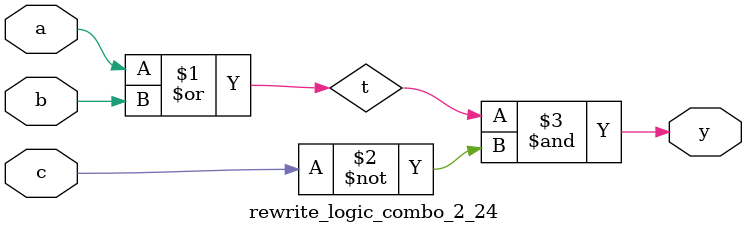
<source format=sv>
module rewrite_logic_combo_2_24(input logic a,b,c, output logic y);
  logic t;
  assign t = a | b;
  assign y = t & ~c;
endmodule

</source>
